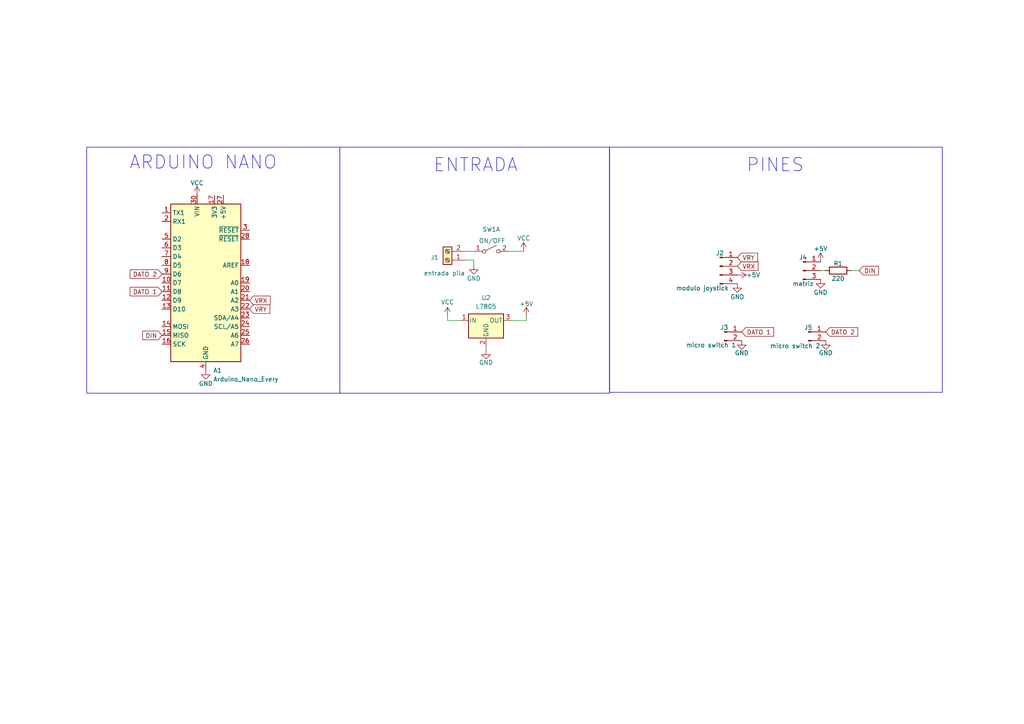
<source format=kicad_sch>
(kicad_sch
	(version 20250114)
	(generator "eeschema")
	(generator_version "9.0")
	(uuid "4a9929f8-801d-4cd4-824b-a9dddbcbea36")
	(paper "A4")
	(lib_symbols
		(symbol "Connector:Conn_01x02_Pin"
			(pin_names
				(offset 1.016)
				(hide yes)
			)
			(exclude_from_sim no)
			(in_bom yes)
			(on_board yes)
			(property "Reference" "J"
				(at 0 2.54 0)
				(effects
					(font
						(size 1.27 1.27)
					)
				)
			)
			(property "Value" "Conn_01x02_Pin"
				(at 0 -5.08 0)
				(effects
					(font
						(size 1.27 1.27)
					)
				)
			)
			(property "Footprint" ""
				(at 0 0 0)
				(effects
					(font
						(size 1.27 1.27)
					)
					(hide yes)
				)
			)
			(property "Datasheet" "~"
				(at 0 0 0)
				(effects
					(font
						(size 1.27 1.27)
					)
					(hide yes)
				)
			)
			(property "Description" "Generic connector, single row, 01x02, script generated"
				(at 0 0 0)
				(effects
					(font
						(size 1.27 1.27)
					)
					(hide yes)
				)
			)
			(property "ki_locked" ""
				(at 0 0 0)
				(effects
					(font
						(size 1.27 1.27)
					)
				)
			)
			(property "ki_keywords" "connector"
				(at 0 0 0)
				(effects
					(font
						(size 1.27 1.27)
					)
					(hide yes)
				)
			)
			(property "ki_fp_filters" "Connector*:*_1x??_*"
				(at 0 0 0)
				(effects
					(font
						(size 1.27 1.27)
					)
					(hide yes)
				)
			)
			(symbol "Conn_01x02_Pin_1_1"
				(rectangle
					(start 0.8636 0.127)
					(end 0 -0.127)
					(stroke
						(width 0.1524)
						(type default)
					)
					(fill
						(type outline)
					)
				)
				(rectangle
					(start 0.8636 -2.413)
					(end 0 -2.667)
					(stroke
						(width 0.1524)
						(type default)
					)
					(fill
						(type outline)
					)
				)
				(polyline
					(pts
						(xy 1.27 0) (xy 0.8636 0)
					)
					(stroke
						(width 0.1524)
						(type default)
					)
					(fill
						(type none)
					)
				)
				(polyline
					(pts
						(xy 1.27 -2.54) (xy 0.8636 -2.54)
					)
					(stroke
						(width 0.1524)
						(type default)
					)
					(fill
						(type none)
					)
				)
				(pin passive line
					(at 5.08 0 180)
					(length 3.81)
					(name "Pin_1"
						(effects
							(font
								(size 1.27 1.27)
							)
						)
					)
					(number "1"
						(effects
							(font
								(size 1.27 1.27)
							)
						)
					)
				)
				(pin passive line
					(at 5.08 -2.54 180)
					(length 3.81)
					(name "Pin_2"
						(effects
							(font
								(size 1.27 1.27)
							)
						)
					)
					(number "2"
						(effects
							(font
								(size 1.27 1.27)
							)
						)
					)
				)
			)
			(embedded_fonts no)
		)
		(symbol "Connector:Conn_01x03_Pin"
			(pin_names
				(offset 1.016)
				(hide yes)
			)
			(exclude_from_sim no)
			(in_bom yes)
			(on_board yes)
			(property "Reference" "J"
				(at 0 5.08 0)
				(effects
					(font
						(size 1.27 1.27)
					)
				)
			)
			(property "Value" "Conn_01x03_Pin"
				(at 0 -5.08 0)
				(effects
					(font
						(size 1.27 1.27)
					)
				)
			)
			(property "Footprint" ""
				(at 0 0 0)
				(effects
					(font
						(size 1.27 1.27)
					)
					(hide yes)
				)
			)
			(property "Datasheet" "~"
				(at 0 0 0)
				(effects
					(font
						(size 1.27 1.27)
					)
					(hide yes)
				)
			)
			(property "Description" "Generic connector, single row, 01x03, script generated"
				(at 0 0 0)
				(effects
					(font
						(size 1.27 1.27)
					)
					(hide yes)
				)
			)
			(property "ki_locked" ""
				(at 0 0 0)
				(effects
					(font
						(size 1.27 1.27)
					)
				)
			)
			(property "ki_keywords" "connector"
				(at 0 0 0)
				(effects
					(font
						(size 1.27 1.27)
					)
					(hide yes)
				)
			)
			(property "ki_fp_filters" "Connector*:*_1x??_*"
				(at 0 0 0)
				(effects
					(font
						(size 1.27 1.27)
					)
					(hide yes)
				)
			)
			(symbol "Conn_01x03_Pin_1_1"
				(rectangle
					(start 0.8636 2.667)
					(end 0 2.413)
					(stroke
						(width 0.1524)
						(type default)
					)
					(fill
						(type outline)
					)
				)
				(rectangle
					(start 0.8636 0.127)
					(end 0 -0.127)
					(stroke
						(width 0.1524)
						(type default)
					)
					(fill
						(type outline)
					)
				)
				(rectangle
					(start 0.8636 -2.413)
					(end 0 -2.667)
					(stroke
						(width 0.1524)
						(type default)
					)
					(fill
						(type outline)
					)
				)
				(polyline
					(pts
						(xy 1.27 2.54) (xy 0.8636 2.54)
					)
					(stroke
						(width 0.1524)
						(type default)
					)
					(fill
						(type none)
					)
				)
				(polyline
					(pts
						(xy 1.27 0) (xy 0.8636 0)
					)
					(stroke
						(width 0.1524)
						(type default)
					)
					(fill
						(type none)
					)
				)
				(polyline
					(pts
						(xy 1.27 -2.54) (xy 0.8636 -2.54)
					)
					(stroke
						(width 0.1524)
						(type default)
					)
					(fill
						(type none)
					)
				)
				(pin passive line
					(at 5.08 2.54 180)
					(length 3.81)
					(name "Pin_1"
						(effects
							(font
								(size 1.27 1.27)
							)
						)
					)
					(number "1"
						(effects
							(font
								(size 1.27 1.27)
							)
						)
					)
				)
				(pin passive line
					(at 5.08 0 180)
					(length 3.81)
					(name "Pin_2"
						(effects
							(font
								(size 1.27 1.27)
							)
						)
					)
					(number "2"
						(effects
							(font
								(size 1.27 1.27)
							)
						)
					)
				)
				(pin passive line
					(at 5.08 -2.54 180)
					(length 3.81)
					(name "Pin_3"
						(effects
							(font
								(size 1.27 1.27)
							)
						)
					)
					(number "3"
						(effects
							(font
								(size 1.27 1.27)
							)
						)
					)
				)
			)
			(embedded_fonts no)
		)
		(symbol "Connector:Conn_01x04_Pin"
			(pin_names
				(offset 1.016)
				(hide yes)
			)
			(exclude_from_sim no)
			(in_bom yes)
			(on_board yes)
			(property "Reference" "J"
				(at 0 5.08 0)
				(effects
					(font
						(size 1.27 1.27)
					)
				)
			)
			(property "Value" "Conn_01x04_Pin"
				(at 0 -7.62 0)
				(effects
					(font
						(size 1.27 1.27)
					)
				)
			)
			(property "Footprint" ""
				(at 0 0 0)
				(effects
					(font
						(size 1.27 1.27)
					)
					(hide yes)
				)
			)
			(property "Datasheet" "~"
				(at 0 0 0)
				(effects
					(font
						(size 1.27 1.27)
					)
					(hide yes)
				)
			)
			(property "Description" "Generic connector, single row, 01x04, script generated"
				(at 0 0 0)
				(effects
					(font
						(size 1.27 1.27)
					)
					(hide yes)
				)
			)
			(property "ki_locked" ""
				(at 0 0 0)
				(effects
					(font
						(size 1.27 1.27)
					)
				)
			)
			(property "ki_keywords" "connector"
				(at 0 0 0)
				(effects
					(font
						(size 1.27 1.27)
					)
					(hide yes)
				)
			)
			(property "ki_fp_filters" "Connector*:*_1x??_*"
				(at 0 0 0)
				(effects
					(font
						(size 1.27 1.27)
					)
					(hide yes)
				)
			)
			(symbol "Conn_01x04_Pin_1_1"
				(rectangle
					(start 0.8636 2.667)
					(end 0 2.413)
					(stroke
						(width 0.1524)
						(type default)
					)
					(fill
						(type outline)
					)
				)
				(rectangle
					(start 0.8636 0.127)
					(end 0 -0.127)
					(stroke
						(width 0.1524)
						(type default)
					)
					(fill
						(type outline)
					)
				)
				(rectangle
					(start 0.8636 -2.413)
					(end 0 -2.667)
					(stroke
						(width 0.1524)
						(type default)
					)
					(fill
						(type outline)
					)
				)
				(rectangle
					(start 0.8636 -4.953)
					(end 0 -5.207)
					(stroke
						(width 0.1524)
						(type default)
					)
					(fill
						(type outline)
					)
				)
				(polyline
					(pts
						(xy 1.27 2.54) (xy 0.8636 2.54)
					)
					(stroke
						(width 0.1524)
						(type default)
					)
					(fill
						(type none)
					)
				)
				(polyline
					(pts
						(xy 1.27 0) (xy 0.8636 0)
					)
					(stroke
						(width 0.1524)
						(type default)
					)
					(fill
						(type none)
					)
				)
				(polyline
					(pts
						(xy 1.27 -2.54) (xy 0.8636 -2.54)
					)
					(stroke
						(width 0.1524)
						(type default)
					)
					(fill
						(type none)
					)
				)
				(polyline
					(pts
						(xy 1.27 -5.08) (xy 0.8636 -5.08)
					)
					(stroke
						(width 0.1524)
						(type default)
					)
					(fill
						(type none)
					)
				)
				(pin passive line
					(at 5.08 2.54 180)
					(length 3.81)
					(name "Pin_1"
						(effects
							(font
								(size 1.27 1.27)
							)
						)
					)
					(number "1"
						(effects
							(font
								(size 1.27 1.27)
							)
						)
					)
				)
				(pin passive line
					(at 5.08 0 180)
					(length 3.81)
					(name "Pin_2"
						(effects
							(font
								(size 1.27 1.27)
							)
						)
					)
					(number "2"
						(effects
							(font
								(size 1.27 1.27)
							)
						)
					)
				)
				(pin passive line
					(at 5.08 -2.54 180)
					(length 3.81)
					(name "Pin_3"
						(effects
							(font
								(size 1.27 1.27)
							)
						)
					)
					(number "3"
						(effects
							(font
								(size 1.27 1.27)
							)
						)
					)
				)
				(pin passive line
					(at 5.08 -5.08 180)
					(length 3.81)
					(name "Pin_4"
						(effects
							(font
								(size 1.27 1.27)
							)
						)
					)
					(number "4"
						(effects
							(font
								(size 1.27 1.27)
							)
						)
					)
				)
			)
			(embedded_fonts no)
		)
		(symbol "Connector:Screw_Terminal_01x02"
			(pin_names
				(offset 1.016)
				(hide yes)
			)
			(exclude_from_sim no)
			(in_bom yes)
			(on_board yes)
			(property "Reference" "J"
				(at 0 2.54 0)
				(effects
					(font
						(size 1.27 1.27)
					)
				)
			)
			(property "Value" "Screw_Terminal_01x02"
				(at 0 -5.08 0)
				(effects
					(font
						(size 1.27 1.27)
					)
				)
			)
			(property "Footprint" ""
				(at 0 0 0)
				(effects
					(font
						(size 1.27 1.27)
					)
					(hide yes)
				)
			)
			(property "Datasheet" "~"
				(at 0 0 0)
				(effects
					(font
						(size 1.27 1.27)
					)
					(hide yes)
				)
			)
			(property "Description" "Generic screw terminal, single row, 01x02, script generated (kicad-library-utils/schlib/autogen/connector/)"
				(at 0 0 0)
				(effects
					(font
						(size 1.27 1.27)
					)
					(hide yes)
				)
			)
			(property "ki_keywords" "screw terminal"
				(at 0 0 0)
				(effects
					(font
						(size 1.27 1.27)
					)
					(hide yes)
				)
			)
			(property "ki_fp_filters" "TerminalBlock*:*"
				(at 0 0 0)
				(effects
					(font
						(size 1.27 1.27)
					)
					(hide yes)
				)
			)
			(symbol "Screw_Terminal_01x02_1_1"
				(rectangle
					(start -1.27 1.27)
					(end 1.27 -3.81)
					(stroke
						(width 0.254)
						(type default)
					)
					(fill
						(type background)
					)
				)
				(polyline
					(pts
						(xy -0.5334 0.3302) (xy 0.3302 -0.508)
					)
					(stroke
						(width 0.1524)
						(type default)
					)
					(fill
						(type none)
					)
				)
				(polyline
					(pts
						(xy -0.5334 -2.2098) (xy 0.3302 -3.048)
					)
					(stroke
						(width 0.1524)
						(type default)
					)
					(fill
						(type none)
					)
				)
				(polyline
					(pts
						(xy -0.3556 0.508) (xy 0.508 -0.3302)
					)
					(stroke
						(width 0.1524)
						(type default)
					)
					(fill
						(type none)
					)
				)
				(polyline
					(pts
						(xy -0.3556 -2.032) (xy 0.508 -2.8702)
					)
					(stroke
						(width 0.1524)
						(type default)
					)
					(fill
						(type none)
					)
				)
				(circle
					(center 0 0)
					(radius 0.635)
					(stroke
						(width 0.1524)
						(type default)
					)
					(fill
						(type none)
					)
				)
				(circle
					(center 0 -2.54)
					(radius 0.635)
					(stroke
						(width 0.1524)
						(type default)
					)
					(fill
						(type none)
					)
				)
				(pin passive line
					(at -5.08 0 0)
					(length 3.81)
					(name "Pin_1"
						(effects
							(font
								(size 1.27 1.27)
							)
						)
					)
					(number "1"
						(effects
							(font
								(size 1.27 1.27)
							)
						)
					)
				)
				(pin passive line
					(at -5.08 -2.54 0)
					(length 3.81)
					(name "Pin_2"
						(effects
							(font
								(size 1.27 1.27)
							)
						)
					)
					(number "2"
						(effects
							(font
								(size 1.27 1.27)
							)
						)
					)
				)
			)
			(embedded_fonts no)
		)
		(symbol "Device:R"
			(pin_numbers
				(hide yes)
			)
			(pin_names
				(offset 0)
			)
			(exclude_from_sim no)
			(in_bom yes)
			(on_board yes)
			(property "Reference" "R"
				(at 2.032 0 90)
				(effects
					(font
						(size 1.27 1.27)
					)
				)
			)
			(property "Value" "R"
				(at 0 0 90)
				(effects
					(font
						(size 1.27 1.27)
					)
				)
			)
			(property "Footprint" ""
				(at -1.778 0 90)
				(effects
					(font
						(size 1.27 1.27)
					)
					(hide yes)
				)
			)
			(property "Datasheet" "~"
				(at 0 0 0)
				(effects
					(font
						(size 1.27 1.27)
					)
					(hide yes)
				)
			)
			(property "Description" "Resistor"
				(at 0 0 0)
				(effects
					(font
						(size 1.27 1.27)
					)
					(hide yes)
				)
			)
			(property "ki_keywords" "R res resistor"
				(at 0 0 0)
				(effects
					(font
						(size 1.27 1.27)
					)
					(hide yes)
				)
			)
			(property "ki_fp_filters" "R_*"
				(at 0 0 0)
				(effects
					(font
						(size 1.27 1.27)
					)
					(hide yes)
				)
			)
			(symbol "R_0_1"
				(rectangle
					(start -1.016 -2.54)
					(end 1.016 2.54)
					(stroke
						(width 0.254)
						(type default)
					)
					(fill
						(type none)
					)
				)
			)
			(symbol "R_1_1"
				(pin passive line
					(at 0 3.81 270)
					(length 1.27)
					(name "~"
						(effects
							(font
								(size 1.27 1.27)
							)
						)
					)
					(number "1"
						(effects
							(font
								(size 1.27 1.27)
							)
						)
					)
				)
				(pin passive line
					(at 0 -3.81 90)
					(length 1.27)
					(name "~"
						(effects
							(font
								(size 1.27 1.27)
							)
						)
					)
					(number "2"
						(effects
							(font
								(size 1.27 1.27)
							)
						)
					)
				)
			)
			(embedded_fonts no)
		)
		(symbol "MCU_Module:Arduino_Nano_Every"
			(exclude_from_sim no)
			(in_bom yes)
			(on_board yes)
			(property "Reference" "A"
				(at -10.16 23.495 0)
				(effects
					(font
						(size 1.27 1.27)
					)
					(justify left bottom)
				)
			)
			(property "Value" "Arduino_Nano_Every"
				(at 5.08 -24.13 0)
				(effects
					(font
						(size 1.27 1.27)
					)
					(justify left top)
				)
			)
			(property "Footprint" "Module:Arduino_Nano"
				(at 0 0 0)
				(effects
					(font
						(size 1.27 1.27)
						(italic yes)
					)
					(hide yes)
				)
			)
			(property "Datasheet" "https://content.arduino.cc/assets/NANOEveryV3.0_sch.pdf"
				(at 0 0 0)
				(effects
					(font
						(size 1.27 1.27)
					)
					(hide yes)
				)
			)
			(property "Description" "Arduino Nano Every"
				(at 0 0 0)
				(effects
					(font
						(size 1.27 1.27)
					)
					(hide yes)
				)
			)
			(property "ki_keywords" "Arduino nano microcontroller module USB UPDI AATMega4809 AVR"
				(at 0 0 0)
				(effects
					(font
						(size 1.27 1.27)
					)
					(hide yes)
				)
			)
			(property "ki_fp_filters" "Arduino*Nano*"
				(at 0 0 0)
				(effects
					(font
						(size 1.27 1.27)
					)
					(hide yes)
				)
			)
			(symbol "Arduino_Nano_Every_0_1"
				(rectangle
					(start -10.16 22.86)
					(end 10.16 -22.86)
					(stroke
						(width 0.254)
						(type default)
					)
					(fill
						(type background)
					)
				)
			)
			(symbol "Arduino_Nano_Every_1_1"
				(pin bidirectional line
					(at -12.7 20.32 0)
					(length 2.54)
					(name "TX1"
						(effects
							(font
								(size 1.27 1.27)
							)
						)
					)
					(number "1"
						(effects
							(font
								(size 1.27 1.27)
							)
						)
					)
				)
				(pin bidirectional line
					(at -12.7 17.78 0)
					(length 2.54)
					(name "RX1"
						(effects
							(font
								(size 1.27 1.27)
							)
						)
					)
					(number "2"
						(effects
							(font
								(size 1.27 1.27)
							)
						)
					)
				)
				(pin bidirectional line
					(at -12.7 12.7 0)
					(length 2.54)
					(name "D2"
						(effects
							(font
								(size 1.27 1.27)
							)
						)
					)
					(number "5"
						(effects
							(font
								(size 1.27 1.27)
							)
						)
					)
				)
				(pin bidirectional line
					(at -12.7 10.16 0)
					(length 2.54)
					(name "D3"
						(effects
							(font
								(size 1.27 1.27)
							)
						)
					)
					(number "6"
						(effects
							(font
								(size 1.27 1.27)
							)
						)
					)
				)
				(pin bidirectional line
					(at -12.7 7.62 0)
					(length 2.54)
					(name "D4"
						(effects
							(font
								(size 1.27 1.27)
							)
						)
					)
					(number "7"
						(effects
							(font
								(size 1.27 1.27)
							)
						)
					)
				)
				(pin bidirectional line
					(at -12.7 5.08 0)
					(length 2.54)
					(name "D5"
						(effects
							(font
								(size 1.27 1.27)
							)
						)
					)
					(number "8"
						(effects
							(font
								(size 1.27 1.27)
							)
						)
					)
				)
				(pin bidirectional line
					(at -12.7 2.54 0)
					(length 2.54)
					(name "D6"
						(effects
							(font
								(size 1.27 1.27)
							)
						)
					)
					(number "9"
						(effects
							(font
								(size 1.27 1.27)
							)
						)
					)
				)
				(pin bidirectional line
					(at -12.7 0 0)
					(length 2.54)
					(name "D7"
						(effects
							(font
								(size 1.27 1.27)
							)
						)
					)
					(number "10"
						(effects
							(font
								(size 1.27 1.27)
							)
						)
					)
				)
				(pin bidirectional line
					(at -12.7 -2.54 0)
					(length 2.54)
					(name "D8"
						(effects
							(font
								(size 1.27 1.27)
							)
						)
					)
					(number "11"
						(effects
							(font
								(size 1.27 1.27)
							)
						)
					)
				)
				(pin bidirectional line
					(at -12.7 -5.08 0)
					(length 2.54)
					(name "D9"
						(effects
							(font
								(size 1.27 1.27)
							)
						)
					)
					(number "12"
						(effects
							(font
								(size 1.27 1.27)
							)
						)
					)
				)
				(pin bidirectional line
					(at -12.7 -7.62 0)
					(length 2.54)
					(name "D10"
						(effects
							(font
								(size 1.27 1.27)
							)
						)
					)
					(number "13"
						(effects
							(font
								(size 1.27 1.27)
							)
						)
					)
				)
				(pin bidirectional line
					(at -12.7 -12.7 0)
					(length 2.54)
					(name "MOSI"
						(effects
							(font
								(size 1.27 1.27)
							)
						)
					)
					(number "14"
						(effects
							(font
								(size 1.27 1.27)
							)
						)
					)
				)
				(pin bidirectional line
					(at -12.7 -15.24 0)
					(length 2.54)
					(name "MISO"
						(effects
							(font
								(size 1.27 1.27)
							)
						)
					)
					(number "15"
						(effects
							(font
								(size 1.27 1.27)
							)
						)
					)
				)
				(pin bidirectional line
					(at -12.7 -17.78 0)
					(length 2.54)
					(name "SCK"
						(effects
							(font
								(size 1.27 1.27)
							)
						)
					)
					(number "16"
						(effects
							(font
								(size 1.27 1.27)
							)
						)
					)
				)
				(pin power_in line
					(at -2.54 25.4 270)
					(length 2.54)
					(name "VIN"
						(effects
							(font
								(size 1.27 1.27)
							)
						)
					)
					(number "30"
						(effects
							(font
								(size 1.27 1.27)
							)
						)
					)
				)
				(pin passive line
					(at 0 -25.4 90)
					(length 2.54)
					(hide yes)
					(name "GND"
						(effects
							(font
								(size 1.27 1.27)
							)
						)
					)
					(number "29"
						(effects
							(font
								(size 1.27 1.27)
							)
						)
					)
				)
				(pin power_in line
					(at 0 -25.4 90)
					(length 2.54)
					(name "GND"
						(effects
							(font
								(size 1.27 1.27)
							)
						)
					)
					(number "4"
						(effects
							(font
								(size 1.27 1.27)
							)
						)
					)
				)
				(pin power_out line
					(at 2.54 25.4 270)
					(length 2.54)
					(name "3V3"
						(effects
							(font
								(size 1.27 1.27)
							)
						)
					)
					(number "17"
						(effects
							(font
								(size 1.27 1.27)
							)
						)
					)
				)
				(pin power_out line
					(at 5.08 25.4 270)
					(length 2.54)
					(name "+5V"
						(effects
							(font
								(size 1.27 1.27)
							)
						)
					)
					(number "27"
						(effects
							(font
								(size 1.27 1.27)
							)
						)
					)
				)
				(pin input line
					(at 12.7 15.24 180)
					(length 2.54)
					(name "~{RESET}"
						(effects
							(font
								(size 1.27 1.27)
							)
						)
					)
					(number "3"
						(effects
							(font
								(size 1.27 1.27)
							)
						)
					)
				)
				(pin input line
					(at 12.7 12.7 180)
					(length 2.54)
					(name "~{RESET}"
						(effects
							(font
								(size 1.27 1.27)
							)
						)
					)
					(number "28"
						(effects
							(font
								(size 1.27 1.27)
							)
						)
					)
				)
				(pin input line
					(at 12.7 5.08 180)
					(length 2.54)
					(name "AREF"
						(effects
							(font
								(size 1.27 1.27)
							)
						)
					)
					(number "18"
						(effects
							(font
								(size 1.27 1.27)
							)
						)
					)
				)
				(pin bidirectional line
					(at 12.7 0 180)
					(length 2.54)
					(name "A0"
						(effects
							(font
								(size 1.27 1.27)
							)
						)
					)
					(number "19"
						(effects
							(font
								(size 1.27 1.27)
							)
						)
					)
				)
				(pin bidirectional line
					(at 12.7 -2.54 180)
					(length 2.54)
					(name "A1"
						(effects
							(font
								(size 1.27 1.27)
							)
						)
					)
					(number "20"
						(effects
							(font
								(size 1.27 1.27)
							)
						)
					)
				)
				(pin bidirectional line
					(at 12.7 -5.08 180)
					(length 2.54)
					(name "A2"
						(effects
							(font
								(size 1.27 1.27)
							)
						)
					)
					(number "21"
						(effects
							(font
								(size 1.27 1.27)
							)
						)
					)
				)
				(pin bidirectional line
					(at 12.7 -7.62 180)
					(length 2.54)
					(name "A3"
						(effects
							(font
								(size 1.27 1.27)
							)
						)
					)
					(number "22"
						(effects
							(font
								(size 1.27 1.27)
							)
						)
					)
				)
				(pin bidirectional line
					(at 12.7 -10.16 180)
					(length 2.54)
					(name "SDA/A4"
						(effects
							(font
								(size 1.27 1.27)
							)
						)
					)
					(number "23"
						(effects
							(font
								(size 1.27 1.27)
							)
						)
					)
				)
				(pin bidirectional line
					(at 12.7 -12.7 180)
					(length 2.54)
					(name "SCL/A5"
						(effects
							(font
								(size 1.27 1.27)
							)
						)
					)
					(number "24"
						(effects
							(font
								(size 1.27 1.27)
							)
						)
					)
				)
				(pin bidirectional line
					(at 12.7 -15.24 180)
					(length 2.54)
					(name "A6"
						(effects
							(font
								(size 1.27 1.27)
							)
						)
					)
					(number "25"
						(effects
							(font
								(size 1.27 1.27)
							)
						)
					)
				)
				(pin bidirectional line
					(at 12.7 -17.78 180)
					(length 2.54)
					(name "A7"
						(effects
							(font
								(size 1.27 1.27)
							)
						)
					)
					(number "26"
						(effects
							(font
								(size 1.27 1.27)
							)
						)
					)
				)
			)
			(embedded_fonts no)
		)
		(symbol "Regulator_Linear:L7805"
			(pin_names
				(offset 0.254)
			)
			(exclude_from_sim no)
			(in_bom yes)
			(on_board yes)
			(property "Reference" "U"
				(at -3.81 3.175 0)
				(effects
					(font
						(size 1.27 1.27)
					)
				)
			)
			(property "Value" "L7805"
				(at 0 3.175 0)
				(effects
					(font
						(size 1.27 1.27)
					)
					(justify left)
				)
			)
			(property "Footprint" ""
				(at 0.635 -3.81 0)
				(effects
					(font
						(size 1.27 1.27)
						(italic yes)
					)
					(justify left)
					(hide yes)
				)
			)
			(property "Datasheet" "http://www.st.com/content/ccc/resource/technical/document/datasheet/41/4f/b3/b0/12/d4/47/88/CD00000444.pdf/files/CD00000444.pdf/jcr:content/translations/en.CD00000444.pdf"
				(at 0 -1.27 0)
				(effects
					(font
						(size 1.27 1.27)
					)
					(hide yes)
				)
			)
			(property "Description" "Positive 1.5A 35V Linear Regulator, Fixed Output 5V, TO-220/TO-263/TO-252"
				(at 0 0 0)
				(effects
					(font
						(size 1.27 1.27)
					)
					(hide yes)
				)
			)
			(property "ki_keywords" "Voltage Regulator 1.5A Positive"
				(at 0 0 0)
				(effects
					(font
						(size 1.27 1.27)
					)
					(hide yes)
				)
			)
			(property "ki_fp_filters" "TO?252* TO?263* TO?220*"
				(at 0 0 0)
				(effects
					(font
						(size 1.27 1.27)
					)
					(hide yes)
				)
			)
			(symbol "L7805_0_1"
				(rectangle
					(start -5.08 1.905)
					(end 5.08 -5.08)
					(stroke
						(width 0.254)
						(type default)
					)
					(fill
						(type background)
					)
				)
			)
			(symbol "L7805_1_1"
				(pin power_in line
					(at -7.62 0 0)
					(length 2.54)
					(name "IN"
						(effects
							(font
								(size 1.27 1.27)
							)
						)
					)
					(number "1"
						(effects
							(font
								(size 1.27 1.27)
							)
						)
					)
				)
				(pin power_in line
					(at 0 -7.62 90)
					(length 2.54)
					(name "GND"
						(effects
							(font
								(size 1.27 1.27)
							)
						)
					)
					(number "2"
						(effects
							(font
								(size 1.27 1.27)
							)
						)
					)
				)
				(pin power_out line
					(at 7.62 0 180)
					(length 2.54)
					(name "OUT"
						(effects
							(font
								(size 1.27 1.27)
							)
						)
					)
					(number "3"
						(effects
							(font
								(size 1.27 1.27)
							)
						)
					)
				)
			)
			(embedded_fonts no)
		)
		(symbol "Switch:SW_DPST_x2"
			(pin_names
				(offset 0)
				(hide yes)
			)
			(exclude_from_sim no)
			(in_bom yes)
			(on_board yes)
			(property "Reference" "SW"
				(at 0 3.175 0)
				(effects
					(font
						(size 1.27 1.27)
					)
				)
			)
			(property "Value" "SW_DPST_x2"
				(at 0 -2.54 0)
				(effects
					(font
						(size 1.27 1.27)
					)
				)
			)
			(property "Footprint" ""
				(at 0 0 0)
				(effects
					(font
						(size 1.27 1.27)
					)
					(hide yes)
				)
			)
			(property "Datasheet" "~"
				(at 0 0 0)
				(effects
					(font
						(size 1.27 1.27)
					)
					(hide yes)
				)
			)
			(property "Description" "Single Pole Single Throw (SPST) switch, separate symbol"
				(at 0 0 0)
				(effects
					(font
						(size 1.27 1.27)
					)
					(hide yes)
				)
			)
			(property "ki_keywords" "switch lever"
				(at 0 0 0)
				(effects
					(font
						(size 1.27 1.27)
					)
					(hide yes)
				)
			)
			(symbol "SW_DPST_x2_0_0"
				(circle
					(center -2.032 0)
					(radius 0.508)
					(stroke
						(width 0)
						(type default)
					)
					(fill
						(type none)
					)
				)
				(polyline
					(pts
						(xy -1.524 0.254) (xy 1.524 1.778)
					)
					(stroke
						(width 0)
						(type default)
					)
					(fill
						(type none)
					)
				)
				(circle
					(center 2.032 0)
					(radius 0.508)
					(stroke
						(width 0)
						(type default)
					)
					(fill
						(type none)
					)
				)
			)
			(symbol "SW_DPST_x2_1_1"
				(pin passive line
					(at -5.08 0 0)
					(length 2.54)
					(name "A"
						(effects
							(font
								(size 1.27 1.27)
							)
						)
					)
					(number "1"
						(effects
							(font
								(size 1.27 1.27)
							)
						)
					)
				)
				(pin passive line
					(at 5.08 0 180)
					(length 2.54)
					(name "B"
						(effects
							(font
								(size 1.27 1.27)
							)
						)
					)
					(number "2"
						(effects
							(font
								(size 1.27 1.27)
							)
						)
					)
				)
			)
			(symbol "SW_DPST_x2_2_1"
				(pin passive line
					(at -5.08 0 0)
					(length 2.54)
					(name "A"
						(effects
							(font
								(size 1.27 1.27)
							)
						)
					)
					(number "3"
						(effects
							(font
								(size 1.27 1.27)
							)
						)
					)
				)
				(pin passive line
					(at 5.08 0 180)
					(length 2.54)
					(name "B"
						(effects
							(font
								(size 1.27 1.27)
							)
						)
					)
					(number "4"
						(effects
							(font
								(size 1.27 1.27)
							)
						)
					)
				)
			)
			(embedded_fonts no)
		)
		(symbol "power:+5V"
			(power)
			(pin_numbers
				(hide yes)
			)
			(pin_names
				(offset 0)
				(hide yes)
			)
			(exclude_from_sim no)
			(in_bom yes)
			(on_board yes)
			(property "Reference" "#PWR"
				(at 0 -3.81 0)
				(effects
					(font
						(size 1.27 1.27)
					)
					(hide yes)
				)
			)
			(property "Value" "+5V"
				(at 0 3.556 0)
				(effects
					(font
						(size 1.27 1.27)
					)
				)
			)
			(property "Footprint" ""
				(at 0 0 0)
				(effects
					(font
						(size 1.27 1.27)
					)
					(hide yes)
				)
			)
			(property "Datasheet" ""
				(at 0 0 0)
				(effects
					(font
						(size 1.27 1.27)
					)
					(hide yes)
				)
			)
			(property "Description" "Power symbol creates a global label with name \"+5V\""
				(at 0 0 0)
				(effects
					(font
						(size 1.27 1.27)
					)
					(hide yes)
				)
			)
			(property "ki_keywords" "global power"
				(at 0 0 0)
				(effects
					(font
						(size 1.27 1.27)
					)
					(hide yes)
				)
			)
			(symbol "+5V_0_1"
				(polyline
					(pts
						(xy -0.762 1.27) (xy 0 2.54)
					)
					(stroke
						(width 0)
						(type default)
					)
					(fill
						(type none)
					)
				)
				(polyline
					(pts
						(xy 0 2.54) (xy 0.762 1.27)
					)
					(stroke
						(width 0)
						(type default)
					)
					(fill
						(type none)
					)
				)
				(polyline
					(pts
						(xy 0 0) (xy 0 2.54)
					)
					(stroke
						(width 0)
						(type default)
					)
					(fill
						(type none)
					)
				)
			)
			(symbol "+5V_1_1"
				(pin power_in line
					(at 0 0 90)
					(length 0)
					(name "~"
						(effects
							(font
								(size 1.27 1.27)
							)
						)
					)
					(number "1"
						(effects
							(font
								(size 1.27 1.27)
							)
						)
					)
				)
			)
			(embedded_fonts no)
		)
		(symbol "power:GND"
			(power)
			(pin_numbers
				(hide yes)
			)
			(pin_names
				(offset 0)
				(hide yes)
			)
			(exclude_from_sim no)
			(in_bom yes)
			(on_board yes)
			(property "Reference" "#PWR"
				(at 0 -6.35 0)
				(effects
					(font
						(size 1.27 1.27)
					)
					(hide yes)
				)
			)
			(property "Value" "GND"
				(at 0 -3.81 0)
				(effects
					(font
						(size 1.27 1.27)
					)
				)
			)
			(property "Footprint" ""
				(at 0 0 0)
				(effects
					(font
						(size 1.27 1.27)
					)
					(hide yes)
				)
			)
			(property "Datasheet" ""
				(at 0 0 0)
				(effects
					(font
						(size 1.27 1.27)
					)
					(hide yes)
				)
			)
			(property "Description" "Power symbol creates a global label with name \"GND\" , ground"
				(at 0 0 0)
				(effects
					(font
						(size 1.27 1.27)
					)
					(hide yes)
				)
			)
			(property "ki_keywords" "global power"
				(at 0 0 0)
				(effects
					(font
						(size 1.27 1.27)
					)
					(hide yes)
				)
			)
			(symbol "GND_0_1"
				(polyline
					(pts
						(xy 0 0) (xy 0 -1.27) (xy 1.27 -1.27) (xy 0 -2.54) (xy -1.27 -1.27) (xy 0 -1.27)
					)
					(stroke
						(width 0)
						(type default)
					)
					(fill
						(type none)
					)
				)
			)
			(symbol "GND_1_1"
				(pin power_in line
					(at 0 0 270)
					(length 0)
					(name "~"
						(effects
							(font
								(size 1.27 1.27)
							)
						)
					)
					(number "1"
						(effects
							(font
								(size 1.27 1.27)
							)
						)
					)
				)
			)
			(embedded_fonts no)
		)
		(symbol "power:VCC"
			(power)
			(pin_numbers
				(hide yes)
			)
			(pin_names
				(offset 0)
				(hide yes)
			)
			(exclude_from_sim no)
			(in_bom yes)
			(on_board yes)
			(property "Reference" "#PWR"
				(at 0 -3.81 0)
				(effects
					(font
						(size 1.27 1.27)
					)
					(hide yes)
				)
			)
			(property "Value" "VCC"
				(at 0 3.556 0)
				(effects
					(font
						(size 1.27 1.27)
					)
				)
			)
			(property "Footprint" ""
				(at 0 0 0)
				(effects
					(font
						(size 1.27 1.27)
					)
					(hide yes)
				)
			)
			(property "Datasheet" ""
				(at 0 0 0)
				(effects
					(font
						(size 1.27 1.27)
					)
					(hide yes)
				)
			)
			(property "Description" "Power symbol creates a global label with name \"VCC\""
				(at 0 0 0)
				(effects
					(font
						(size 1.27 1.27)
					)
					(hide yes)
				)
			)
			(property "ki_keywords" "global power"
				(at 0 0 0)
				(effects
					(font
						(size 1.27 1.27)
					)
					(hide yes)
				)
			)
			(symbol "VCC_0_1"
				(polyline
					(pts
						(xy -0.762 1.27) (xy 0 2.54)
					)
					(stroke
						(width 0)
						(type default)
					)
					(fill
						(type none)
					)
				)
				(polyline
					(pts
						(xy 0 2.54) (xy 0.762 1.27)
					)
					(stroke
						(width 0)
						(type default)
					)
					(fill
						(type none)
					)
				)
				(polyline
					(pts
						(xy 0 0) (xy 0 2.54)
					)
					(stroke
						(width 0)
						(type default)
					)
					(fill
						(type none)
					)
				)
			)
			(symbol "VCC_1_1"
				(pin power_in line
					(at 0 0 90)
					(length 0)
					(name "~"
						(effects
							(font
								(size 1.27 1.27)
							)
						)
					)
					(number "1"
						(effects
							(font
								(size 1.27 1.27)
							)
						)
					)
				)
			)
			(embedded_fonts no)
		)
	)
	(rectangle
		(start 25.146 42.672)
		(end 98.552 114.046)
		(stroke
			(width 0)
			(type default)
		)
		(fill
			(type none)
		)
		(uuid 9eb602ee-0e80-4d2a-a21e-cd4d49a5da27)
	)
	(rectangle
		(start 98.552 42.672)
		(end 176.784 114.046)
		(stroke
			(width 0)
			(type default)
		)
		(fill
			(type none)
		)
		(uuid b167d061-b997-4cb5-ac28-24ab26b7860c)
	)
	(rectangle
		(start 176.784 42.672)
		(end 273.304 113.792)
		(stroke
			(width 0)
			(type default)
		)
		(fill
			(type none)
		)
		(uuid bced6a94-9c79-4c3a-b504-b077815246b3)
	)
	(text "PINES "
		(exclude_from_sim no)
		(at 226.314 48.006 0)
		(effects
			(font
				(size 3.81 3.81)
			)
		)
		(uuid "3ee445c6-241c-41d8-819c-d5d968b70ae8")
	)
	(text "ARDUINO NANO"
		(exclude_from_sim no)
		(at 58.928 47.244 0)
		(effects
			(font
				(size 3.81 3.81)
			)
		)
		(uuid "86256cd4-9481-4e4b-b9b1-dd9f9d4ed87e")
	)
	(text "ENTRADA "
		(exclude_from_sim no)
		(at 139.446 48.006 0)
		(effects
			(font
				(size 3.81 3.81)
			)
		)
		(uuid "90abe6a9-1659-40e2-81a9-6a7194ae89ed")
	)
	(wire
		(pts
			(xy 137.414 75.438) (xy 134.874 75.438)
		)
		(stroke
			(width 0)
			(type default)
		)
		(uuid "0bd0a127-01f5-4119-a4f6-ff88a316d15d")
	)
	(wire
		(pts
			(xy 134.874 72.898) (xy 137.414 72.898)
		)
		(stroke
			(width 0)
			(type default)
		)
		(uuid "2b4b674f-6ab2-4db5-b460-dd0b259ffc0d")
	)
	(wire
		(pts
			(xy 152.654 91.694) (xy 152.654 92.964)
		)
		(stroke
			(width 0)
			(type default)
		)
		(uuid "3cf5b9b6-fcac-410c-9ef9-884fe61797f7")
	)
	(wire
		(pts
			(xy 152.654 92.964) (xy 148.59 92.964)
		)
		(stroke
			(width 0)
			(type default)
		)
		(uuid "3f6fee5c-b50c-48ff-bc93-9f86f6255eba")
	)
	(wire
		(pts
			(xy 137.414 76.962) (xy 137.414 75.438)
		)
		(stroke
			(width 0)
			(type default)
		)
		(uuid "5250c96c-74d1-46e4-a66a-756176e69ffb")
	)
	(wire
		(pts
			(xy 129.794 92.964) (xy 129.794 91.694)
		)
		(stroke
			(width 0)
			(type default)
		)
		(uuid "aefa163f-e901-4874-988d-a0598f1638a3")
	)
	(wire
		(pts
			(xy 133.35 92.964) (xy 129.794 92.964)
		)
		(stroke
			(width 0)
			(type default)
		)
		(uuid "b7b6cdac-cd6c-4cf5-9e30-de1e913d779d")
	)
	(wire
		(pts
			(xy 147.574 72.898) (xy 151.892 72.898)
		)
		(stroke
			(width 0)
			(type default)
		)
		(uuid "c814b7cd-ea5e-4bd4-8684-66f68d8d17e0")
	)
	(wire
		(pts
			(xy 237.998 78.486) (xy 239.268 78.486)
		)
		(stroke
			(width 0)
			(type default)
		)
		(uuid "dabe0141-ae84-49cd-a2a9-cd930574fc5d")
	)
	(wire
		(pts
			(xy 140.97 100.584) (xy 140.97 101.6)
		)
		(stroke
			(width 0)
			(type default)
		)
		(uuid "f30f322d-134a-4081-94a2-b932f02f89a5")
	)
	(wire
		(pts
			(xy 246.888 78.486) (xy 249.174 78.486)
		)
		(stroke
			(width 0)
			(type default)
		)
		(uuid "fddf3186-9e5b-4d73-8baa-af4995ab8dfb")
	)
	(global_label "VRX"
		(shape input)
		(at 72.39 87.122 0)
		(fields_autoplaced yes)
		(effects
			(font
				(size 1.27 1.27)
			)
			(justify left)
		)
		(uuid "15b76278-042f-42b5-92bd-c133fbf9c9ca")
		(property "Intersheetrefs" "${INTERSHEET_REFS}"
			(at 78.9433 87.122 0)
			(effects
				(font
					(size 1.27 1.27)
				)
				(justify left)
				(hide yes)
			)
		)
	)
	(global_label "DATO 1"
		(shape input)
		(at 215.138 96.266 0)
		(fields_autoplaced yes)
		(effects
			(font
				(size 1.27 1.27)
			)
			(justify left)
		)
		(uuid "4335d8a7-7c64-46ff-bb9b-d8ccd1ad5b44")
		(property "Intersheetrefs" "${INTERSHEET_REFS}"
			(at 224.957 96.266 0)
			(effects
				(font
					(size 1.27 1.27)
				)
				(justify left)
				(hide yes)
			)
		)
	)
	(global_label "DIN"
		(shape input)
		(at 249.174 78.486 0)
		(fields_autoplaced yes)
		(effects
			(font
				(size 1.27 1.27)
			)
			(justify left)
		)
		(uuid "4f8cddde-cead-4aca-aa55-72d6aa930827")
		(property "Intersheetrefs" "${INTERSHEET_REFS}"
			(at 255.3645 78.486 0)
			(effects
				(font
					(size 1.27 1.27)
				)
				(justify left)
				(hide yes)
			)
		)
	)
	(global_label "VRY"
		(shape input)
		(at 213.868 74.676 0)
		(fields_autoplaced yes)
		(effects
			(font
				(size 1.27 1.27)
			)
			(justify left)
		)
		(uuid "565dffb7-c763-4062-84ea-611aefe09f04")
		(property "Intersheetrefs" "${INTERSHEET_REFS}"
			(at 220.3004 74.676 0)
			(effects
				(font
					(size 1.27 1.27)
				)
				(justify left)
				(hide yes)
			)
		)
	)
	(global_label "DATO 2"
		(shape input)
		(at 46.99 79.502 180)
		(fields_autoplaced yes)
		(effects
			(font
				(size 1.27 1.27)
			)
			(justify right)
		)
		(uuid "71840376-d494-4abf-bd76-8b08262c05c3")
		(property "Intersheetrefs" "${INTERSHEET_REFS}"
			(at 37.171 79.502 0)
			(effects
				(font
					(size 1.27 1.27)
				)
				(justify right)
				(hide yes)
			)
		)
	)
	(global_label "DIN"
		(shape input)
		(at 46.99 97.282 180)
		(fields_autoplaced yes)
		(effects
			(font
				(size 1.27 1.27)
			)
			(justify right)
		)
		(uuid "ac7f2baa-cb63-4ef4-8d54-a3cba01161dc")
		(property "Intersheetrefs" "${INTERSHEET_REFS}"
			(at 40.7995 97.282 0)
			(effects
				(font
					(size 1.27 1.27)
				)
				(justify right)
				(hide yes)
			)
		)
	)
	(global_label "VRY"
		(shape input)
		(at 72.39 89.662 0)
		(fields_autoplaced yes)
		(effects
			(font
				(size 1.27 1.27)
			)
			(justify left)
		)
		(uuid "b055074e-fc79-4e5f-ae99-d6578878c766")
		(property "Intersheetrefs" "${INTERSHEET_REFS}"
			(at 78.8224 89.662 0)
			(effects
				(font
					(size 1.27 1.27)
				)
				(justify left)
				(hide yes)
			)
		)
	)
	(global_label "DATO 1"
		(shape input)
		(at 46.99 84.582 180)
		(fields_autoplaced yes)
		(effects
			(font
				(size 1.27 1.27)
			)
			(justify right)
		)
		(uuid "ba4b5445-3831-4804-b65f-a78ea9bb25fa")
		(property "Intersheetrefs" "${INTERSHEET_REFS}"
			(at 37.171 84.582 0)
			(effects
				(font
					(size 1.27 1.27)
				)
				(justify right)
				(hide yes)
			)
		)
	)
	(global_label "VRX"
		(shape input)
		(at 213.868 77.216 0)
		(fields_autoplaced yes)
		(effects
			(font
				(size 1.27 1.27)
			)
			(justify left)
		)
		(uuid "e41756e3-88cd-456f-ab24-dd7eaea35b6d")
		(property "Intersheetrefs" "${INTERSHEET_REFS}"
			(at 220.4213 77.216 0)
			(effects
				(font
					(size 1.27 1.27)
				)
				(justify left)
				(hide yes)
			)
		)
	)
	(global_label "DATO 2"
		(shape input)
		(at 239.522 96.266 0)
		(fields_autoplaced yes)
		(effects
			(font
				(size 1.27 1.27)
			)
			(justify left)
		)
		(uuid "f14311f0-28aa-40c0-8f8d-df78086faa9a")
		(property "Intersheetrefs" "${INTERSHEET_REFS}"
			(at 249.341 96.266 0)
			(effects
				(font
					(size 1.27 1.27)
				)
				(justify left)
				(hide yes)
			)
		)
	)
	(symbol
		(lib_id "power:VCC")
		(at 57.15 56.642 0)
		(unit 1)
		(exclude_from_sim no)
		(in_bom yes)
		(on_board yes)
		(dnp no)
		(uuid "06018607-f9d6-448d-8840-1b4d780496a8")
		(property "Reference" "#PWR08"
			(at 57.15 60.452 0)
			(effects
				(font
					(size 1.27 1.27)
				)
				(hide yes)
			)
		)
		(property "Value" "VCC"
			(at 57.15 53.086 0)
			(effects
				(font
					(size 1.27 1.27)
				)
			)
		)
		(property "Footprint" ""
			(at 57.15 56.642 0)
			(effects
				(font
					(size 1.27 1.27)
				)
				(hide yes)
			)
		)
		(property "Datasheet" ""
			(at 57.15 56.642 0)
			(effects
				(font
					(size 1.27 1.27)
				)
				(hide yes)
			)
		)
		(property "Description" "Power symbol creates a global label with name \"VCC\""
			(at 57.15 56.642 0)
			(effects
				(font
					(size 1.27 1.27)
				)
				(hide yes)
			)
		)
		(pin "1"
			(uuid "bc460cfc-01de-4cc4-9b36-5d37c5376719")
		)
		(instances
			(project ""
				(path "/4a9929f8-801d-4cd4-824b-a9dddbcbea36"
					(reference "#PWR08")
					(unit 1)
				)
			)
		)
	)
	(symbol
		(lib_id "power:+5V")
		(at 213.868 79.756 270)
		(unit 1)
		(exclude_from_sim no)
		(in_bom yes)
		(on_board yes)
		(dnp no)
		(uuid "060d5937-cc81-4b8f-9579-571d6275efc3")
		(property "Reference" "#PWR010"
			(at 210.058 79.756 0)
			(effects
				(font
					(size 1.27 1.27)
				)
				(hide yes)
			)
		)
		(property "Value" "+5V"
			(at 216.408 79.756 90)
			(effects
				(font
					(size 1.27 1.27)
				)
				(justify left)
			)
		)
		(property "Footprint" ""
			(at 213.868 79.756 0)
			(effects
				(font
					(size 1.27 1.27)
				)
				(hide yes)
			)
		)
		(property "Datasheet" ""
			(at 213.868 79.756 0)
			(effects
				(font
					(size 1.27 1.27)
				)
				(hide yes)
			)
		)
		(property "Description" "Power symbol creates a global label with name \"+5V\""
			(at 213.868 79.756 0)
			(effects
				(font
					(size 1.27 1.27)
				)
				(hide yes)
			)
		)
		(pin "1"
			(uuid "54c460c6-1b4e-46f5-8d46-bc089be935dc")
		)
		(instances
			(project ""
				(path "/4a9929f8-801d-4cd4-824b-a9dddbcbea36"
					(reference "#PWR010")
					(unit 1)
				)
			)
		)
	)
	(symbol
		(lib_id "Regulator_Linear:L7805")
		(at 140.97 92.964 0)
		(unit 1)
		(exclude_from_sim no)
		(in_bom yes)
		(on_board yes)
		(dnp no)
		(fields_autoplaced yes)
		(uuid "1f133394-ada5-47df-ae5d-e436dadb34a0")
		(property "Reference" "U2"
			(at 140.97 86.36 0)
			(effects
				(font
					(size 1.27 1.27)
				)
			)
		)
		(property "Value" "L7805"
			(at 140.97 88.9 0)
			(effects
				(font
					(size 1.27 1.27)
				)
			)
		)
		(property "Footprint" "Package_TO_SOT_SMD:TO-263-3_TabPin2"
			(at 141.605 96.774 0)
			(effects
				(font
					(size 1.27 1.27)
					(italic yes)
				)
				(justify left)
				(hide yes)
			)
		)
		(property "Datasheet" "http://www.st.com/content/ccc/resource/technical/document/datasheet/41/4f/b3/b0/12/d4/47/88/CD00000444.pdf/files/CD00000444.pdf/jcr:content/translations/en.CD00000444.pdf"
			(at 140.97 94.234 0)
			(effects
				(font
					(size 1.27 1.27)
				)
				(hide yes)
			)
		)
		(property "Description" "Positive 1.5A 35V Linear Regulator, Fixed Output 5V, TO-220/TO-263/TO-252"
			(at 140.97 92.964 0)
			(effects
				(font
					(size 1.27 1.27)
				)
				(hide yes)
			)
		)
		(pin "3"
			(uuid "f08d38d6-d694-4ec7-8c79-cddc3b6c6fc0")
		)
		(pin "2"
			(uuid "300b449b-3716-4ddd-9490-56755357df26")
		)
		(pin "1"
			(uuid "bf762d44-75a1-4d83-8d83-9220db7faba8")
		)
		(instances
			(project ""
				(path "/4a9929f8-801d-4cd4-824b-a9dddbcbea36"
					(reference "U2")
					(unit 1)
				)
			)
		)
	)
	(symbol
		(lib_id "Connector:Screw_Terminal_01x02")
		(at 129.794 75.438 180)
		(unit 1)
		(exclude_from_sim no)
		(in_bom yes)
		(on_board yes)
		(dnp no)
		(uuid "332ae934-ec2d-4687-965f-b9c463bb7c95")
		(property "Reference" "J1"
			(at 127.254 74.676 0)
			(effects
				(font
					(size 1.27 1.27)
				)
				(justify left)
			)
		)
		(property "Value" "entrada pila"
			(at 134.874 79.248 0)
			(effects
				(font
					(size 1.27 1.27)
				)
				(justify left)
			)
		)
		(property "Footprint" "TerminalBlock:TerminalBlock_MaiXu_MX126-5.0-02P_1x02_P5.00mm"
			(at 129.794 75.438 0)
			(effects
				(font
					(size 1.27 1.27)
				)
				(hide yes)
			)
		)
		(property "Datasheet" "~"
			(at 129.794 75.438 0)
			(effects
				(font
					(size 1.27 1.27)
				)
				(hide yes)
			)
		)
		(property "Description" "Generic screw terminal, single row, 01x02, script generated (kicad-library-utils/schlib/autogen/connector/)"
			(at 129.794 75.438 0)
			(effects
				(font
					(size 1.27 1.27)
				)
				(hide yes)
			)
		)
		(pin "1"
			(uuid "33084e60-d43a-43dc-b5d5-9eaeecbfcdfb")
		)
		(pin "2"
			(uuid "3a4512b0-4ef3-4bc6-841c-dbdc0cc24c74")
		)
		(instances
			(project ""
				(path "/4a9929f8-801d-4cd4-824b-a9dddbcbea36"
					(reference "J1")
					(unit 1)
				)
			)
		)
	)
	(symbol
		(lib_id "power:GND")
		(at 239.522 98.806 0)
		(unit 1)
		(exclude_from_sim no)
		(in_bom yes)
		(on_board yes)
		(dnp no)
		(uuid "3da1dbb5-bf32-49c7-b153-e3e3b587274b")
		(property "Reference" "#PWR06"
			(at 239.522 105.156 0)
			(effects
				(font
					(size 1.27 1.27)
				)
				(hide yes)
			)
		)
		(property "Value" "GND"
			(at 239.522 102.362 0)
			(effects
				(font
					(size 1.27 1.27)
				)
			)
		)
		(property "Footprint" ""
			(at 239.522 98.806 0)
			(effects
				(font
					(size 1.27 1.27)
				)
				(hide yes)
			)
		)
		(property "Datasheet" ""
			(at 239.522 98.806 0)
			(effects
				(font
					(size 1.27 1.27)
				)
				(hide yes)
			)
		)
		(property "Description" "Power symbol creates a global label with name \"GND\" , ground"
			(at 239.522 98.806 0)
			(effects
				(font
					(size 1.27 1.27)
				)
				(hide yes)
			)
		)
		(pin "1"
			(uuid "52d1a412-3483-4b64-96c1-009aa90f9f51")
		)
		(instances
			(project ""
				(path "/4a9929f8-801d-4cd4-824b-a9dddbcbea36"
					(reference "#PWR06")
					(unit 1)
				)
			)
		)
	)
	(symbol
		(lib_id "power:GND")
		(at 137.414 76.962 0)
		(unit 1)
		(exclude_from_sim no)
		(in_bom yes)
		(on_board yes)
		(dnp no)
		(uuid "57589bb7-d05d-40fe-a706-07a7a36c93ff")
		(property "Reference" "#PWR02"
			(at 137.414 83.312 0)
			(effects
				(font
					(size 1.27 1.27)
				)
				(hide yes)
			)
		)
		(property "Value" "GND"
			(at 137.414 80.772 0)
			(effects
				(font
					(size 1.27 1.27)
				)
			)
		)
		(property "Footprint" ""
			(at 137.414 76.962 0)
			(effects
				(font
					(size 1.27 1.27)
				)
				(hide yes)
			)
		)
		(property "Datasheet" ""
			(at 137.414 76.962 0)
			(effects
				(font
					(size 1.27 1.27)
				)
				(hide yes)
			)
		)
		(property "Description" "Power symbol creates a global label with name \"GND\" , ground"
			(at 137.414 76.962 0)
			(effects
				(font
					(size 1.27 1.27)
				)
				(hide yes)
			)
		)
		(pin "1"
			(uuid "d000a067-3d4f-486d-8b59-e9662844eb2c")
		)
		(instances
			(project ""
				(path "/4a9929f8-801d-4cd4-824b-a9dddbcbea36"
					(reference "#PWR02")
					(unit 1)
				)
			)
		)
	)
	(symbol
		(lib_id "Connector:Conn_01x02_Pin")
		(at 234.442 96.266 0)
		(unit 1)
		(exclude_from_sim no)
		(in_bom yes)
		(on_board yes)
		(dnp no)
		(uuid "9115e57e-1af4-4c18-a6e5-53b5f29d808d")
		(property "Reference" "J5"
			(at 234.442 94.996 0)
			(effects
				(font
					(size 1.27 1.27)
				)
			)
		)
		(property "Value" "micro switch 2"
			(at 230.632 100.33 0)
			(effects
				(font
					(size 1.27 1.27)
				)
			)
		)
		(property "Footprint" "Connector_PinSocket_2.54mm:PinSocket_1x02_P2.54mm_Vertical"
			(at 234.442 96.266 0)
			(effects
				(font
					(size 1.27 1.27)
				)
				(hide yes)
			)
		)
		(property "Datasheet" "~"
			(at 234.442 96.266 0)
			(effects
				(font
					(size 1.27 1.27)
				)
				(hide yes)
			)
		)
		(property "Description" "Generic connector, single row, 01x02, script generated"
			(at 234.442 96.266 0)
			(effects
				(font
					(size 1.27 1.27)
				)
				(hide yes)
			)
		)
		(pin "1"
			(uuid "d83e4b80-4a50-4f90-8bdf-6b169eead8c4")
		)
		(pin "2"
			(uuid "63ae8949-585b-49ba-b6c4-853593c245ac")
		)
		(instances
			(project ""
				(path "/4a9929f8-801d-4cd4-824b-a9dddbcbea36"
					(reference "J5")
					(unit 1)
				)
			)
		)
	)
	(symbol
		(lib_id "Switch:SW_DPST_x2")
		(at 142.494 72.898 0)
		(unit 1)
		(exclude_from_sim no)
		(in_bom yes)
		(on_board yes)
		(dnp no)
		(uuid "92c8588a-b4d0-4eba-ba81-1e335daeb016")
		(property "Reference" "SW1"
			(at 142.494 66.548 0)
			(effects
				(font
					(size 1.27 1.27)
				)
			)
		)
		(property "Value" "ON/OFF"
			(at 142.748 69.85 0)
			(effects
				(font
					(size 1.27 1.27)
				)
			)
		)
		(property "Footprint" "EESTN5:Pin_Header_2"
			(at 142.494 72.898 0)
			(effects
				(font
					(size 1.27 1.27)
				)
				(hide yes)
			)
		)
		(property "Datasheet" "~"
			(at 142.494 72.898 0)
			(effects
				(font
					(size 1.27 1.27)
				)
				(hide yes)
			)
		)
		(property "Description" "Single Pole Single Throw (SPST) switch, separate symbol"
			(at 142.494 72.898 0)
			(effects
				(font
					(size 1.27 1.27)
				)
				(hide yes)
			)
		)
		(pin "3"
			(uuid "17c38212-53b2-4551-b19d-71193c69ba9c")
		)
		(pin "2"
			(uuid "84cbfc1f-4df1-40c0-b963-3295d2cae199")
		)
		(pin "4"
			(uuid "53d1d9b6-b8c9-4052-a05a-4561d0dc0d0e")
		)
		(pin "1"
			(uuid "2d523d2d-8bfd-4a42-bee1-25daf75e5bc6")
		)
		(instances
			(project ""
				(path "/4a9929f8-801d-4cd4-824b-a9dddbcbea36"
					(reference "SW1")
					(unit 1)
				)
			)
		)
	)
	(symbol
		(lib_id "Device:R")
		(at 243.078 78.486 90)
		(unit 1)
		(exclude_from_sim no)
		(in_bom yes)
		(on_board yes)
		(dnp no)
		(uuid "9f88188a-fa3b-435c-b4dc-8a4eda58ef4a")
		(property "Reference" "R1"
			(at 243.078 76.454 90)
			(effects
				(font
					(size 1.27 1.27)
				)
			)
		)
		(property "Value" "220"
			(at 243.078 80.772 90)
			(effects
				(font
					(size 1.27 1.27)
				)
			)
		)
		(property "Footprint" "Resistor_SMD:R_0805_2012Metric_Pad1.20x1.40mm_HandSolder"
			(at 243.078 80.264 90)
			(effects
				(font
					(size 1.27 1.27)
				)
				(hide yes)
			)
		)
		(property "Datasheet" "~"
			(at 243.078 78.486 0)
			(effects
				(font
					(size 1.27 1.27)
				)
				(hide yes)
			)
		)
		(property "Description" "Resistor"
			(at 243.078 78.486 0)
			(effects
				(font
					(size 1.27 1.27)
				)
				(hide yes)
			)
		)
		(pin "2"
			(uuid "f8f2e2f0-97e5-4225-863b-03c392e2b911")
		)
		(pin "1"
			(uuid "cb692266-1958-4531-ac78-e264cc07255c")
		)
		(instances
			(project ""
				(path "/4a9929f8-801d-4cd4-824b-a9dddbcbea36"
					(reference "R1")
					(unit 1)
				)
			)
		)
	)
	(symbol
		(lib_id "MCU_Module:Arduino_Nano_Every")
		(at 59.69 82.042 0)
		(unit 1)
		(exclude_from_sim no)
		(in_bom yes)
		(on_board yes)
		(dnp no)
		(fields_autoplaced yes)
		(uuid "a8437daa-1566-4605-b9d5-cf95eb05e029")
		(property "Reference" "A1"
			(at 61.8333 107.442 0)
			(effects
				(font
					(size 1.27 1.27)
				)
				(justify left)
			)
		)
		(property "Value" "Arduino_Nano_Every"
			(at 61.8333 109.982 0)
			(effects
				(font
					(size 1.27 1.27)
				)
				(justify left)
			)
		)
		(property "Footprint" "Module:Arduino_Nano"
			(at 59.69 82.042 0)
			(effects
				(font
					(size 1.27 1.27)
					(italic yes)
				)
				(hide yes)
			)
		)
		(property "Datasheet" "https://content.arduino.cc/assets/NANOEveryV3.0_sch.pdf"
			(at 59.69 82.042 0)
			(effects
				(font
					(size 1.27 1.27)
				)
				(hide yes)
			)
		)
		(property "Description" "Arduino Nano Every"
			(at 59.69 82.042 0)
			(effects
				(font
					(size 1.27 1.27)
				)
				(hide yes)
			)
		)
		(pin "9"
			(uuid "7068168c-6ff6-473c-ac1d-851d304fd077")
		)
		(pin "12"
			(uuid "1658b234-be0e-47f1-a38c-c2f99394f8bf")
		)
		(pin "1"
			(uuid "5406957c-cf09-48b9-b806-95c011de4862")
		)
		(pin "10"
			(uuid "57a82482-5769-40b6-854a-aa809b8e03ff")
		)
		(pin "8"
			(uuid "81183fd0-48b4-40e5-b64d-c79f068f4946")
		)
		(pin "5"
			(uuid "bea5050f-af59-4f09-bde5-5256325b2a87")
		)
		(pin "6"
			(uuid "652553c5-2383-49fe-98b7-82f292addb8b")
		)
		(pin "7"
			(uuid "a6936a7f-6f7c-4b22-8edf-b73543e3b5d3")
		)
		(pin "2"
			(uuid "8dc9af9b-10cf-4039-800d-9ab9edf7095b")
		)
		(pin "11"
			(uuid "54e994c7-3522-4485-a0cb-e777e2cbfa8a")
		)
		(pin "24"
			(uuid "b52f15ee-0509-489a-85f1-d2071e88506e")
		)
		(pin "29"
			(uuid "9e0b1431-ba4b-4ded-aebc-c88c41e378df")
		)
		(pin "13"
			(uuid "5ad3f268-c177-4ff3-83b0-abfc000b72ff")
		)
		(pin "4"
			(uuid "ce376a91-98e1-4edc-8d8d-0d91830681d6")
		)
		(pin "28"
			(uuid "aa90dde7-3728-433a-a7c1-a8c5344462a9")
		)
		(pin "19"
			(uuid "95ff2e6a-67e6-4da3-beca-514b4b5fd487")
		)
		(pin "18"
			(uuid "a585d5e9-b1bf-4812-9102-fe9911a4e4e6")
		)
		(pin "15"
			(uuid "79393497-2aa0-49da-8379-03002fcabe7d")
		)
		(pin "27"
			(uuid "894d72cb-e4e6-4ec1-adfd-558490806d45")
		)
		(pin "21"
			(uuid "13589597-86c6-43db-8cd1-986e6957311e")
		)
		(pin "23"
			(uuid "a5b3f5de-f21a-46be-a969-13dbe0404770")
		)
		(pin "22"
			(uuid "1590fbd5-974c-480c-bd02-37f1ec4568b4")
		)
		(pin "14"
			(uuid "72fe27a4-1446-4c09-8dc2-1b8f77708d6e")
		)
		(pin "30"
			(uuid "59ba8d5f-0ea2-4f01-88ec-86e6cac1515f")
		)
		(pin "20"
			(uuid "d2ac4da8-ee0a-4740-ac60-2be12c9935a7")
		)
		(pin "16"
			(uuid "1dc78bfe-b3c2-4078-bb15-993e31a22fe1")
		)
		(pin "17"
			(uuid "5875b457-ea4e-484d-95c8-08809b797923")
		)
		(pin "3"
			(uuid "59c34b50-8265-4fb3-a55e-81f56da23c6b")
		)
		(pin "25"
			(uuid "8e25e5ee-ccd8-4e67-8485-5921e602c2ed")
		)
		(pin "26"
			(uuid "a5c6e335-4052-41e8-be54-47bbc184cc5a")
		)
		(instances
			(project ""
				(path "/4a9929f8-801d-4cd4-824b-a9dddbcbea36"
					(reference "A1")
					(unit 1)
				)
			)
		)
	)
	(symbol
		(lib_id "Connector:Conn_01x02_Pin")
		(at 210.058 96.266 0)
		(unit 1)
		(exclude_from_sim no)
		(in_bom no)
		(on_board yes)
		(dnp no)
		(uuid "aa7e363d-52b3-46e1-80cd-f2fea5e21c50")
		(property "Reference" "J3"
			(at 210.058 94.996 0)
			(effects
				(font
					(size 1.27 1.27)
				)
			)
		)
		(property "Value" "micro switch 1"
			(at 206.248 100.076 0)
			(effects
				(font
					(size 1.27 1.27)
				)
			)
		)
		(property "Footprint" "Connector_PinSocket_2.54mm:PinSocket_1x02_P2.54mm_Vertical"
			(at 210.058 96.266 0)
			(effects
				(font
					(size 1.27 1.27)
				)
				(hide yes)
			)
		)
		(property "Datasheet" "~"
			(at 210.058 96.266 0)
			(effects
				(font
					(size 1.27 1.27)
				)
				(hide yes)
			)
		)
		(property "Description" "Generic connector, single row, 01x02, script generated"
			(at 210.058 96.266 0)
			(effects
				(font
					(size 1.27 1.27)
				)
				(hide yes)
			)
		)
		(pin "2"
			(uuid "9ecd4d3d-e3cd-4063-a727-557c449eb8ce")
		)
		(pin "1"
			(uuid "fef99b76-6e6d-4dce-83ee-37ff1bdd7866")
		)
		(instances
			(project ""
				(path "/4a9929f8-801d-4cd4-824b-a9dddbcbea36"
					(reference "J3")
					(unit 1)
				)
			)
		)
	)
	(symbol
		(lib_id "power:+5V")
		(at 237.998 75.946 0)
		(unit 1)
		(exclude_from_sim no)
		(in_bom yes)
		(on_board yes)
		(dnp no)
		(uuid "b47c0fa1-b42f-4159-a05b-c7cfe99f158a")
		(property "Reference" "#PWR012"
			(at 237.998 79.756 0)
			(effects
				(font
					(size 1.27 1.27)
				)
				(hide yes)
			)
		)
		(property "Value" "+5V"
			(at 237.998 72.136 0)
			(effects
				(font
					(size 1.27 1.27)
				)
			)
		)
		(property "Footprint" ""
			(at 237.998 75.946 0)
			(effects
				(font
					(size 1.27 1.27)
				)
				(hide yes)
			)
		)
		(property "Datasheet" ""
			(at 237.998 75.946 0)
			(effects
				(font
					(size 1.27 1.27)
				)
				(hide yes)
			)
		)
		(property "Description" "Power symbol creates a global label with name \"+5V\""
			(at 237.998 75.946 0)
			(effects
				(font
					(size 1.27 1.27)
				)
				(hide yes)
			)
		)
		(pin "1"
			(uuid "f1a2ae21-c209-4504-ba7c-d950c4d71461")
		)
		(instances
			(project ""
				(path "/4a9929f8-801d-4cd4-824b-a9dddbcbea36"
					(reference "#PWR012")
					(unit 1)
				)
			)
		)
	)
	(symbol
		(lib_id "power:GND")
		(at 213.868 82.296 0)
		(unit 1)
		(exclude_from_sim no)
		(in_bom yes)
		(on_board yes)
		(dnp no)
		(uuid "b7986df4-5725-4537-a258-d9cdba26a2b4")
		(property "Reference" "#PWR09"
			(at 213.868 88.646 0)
			(effects
				(font
					(size 1.27 1.27)
				)
				(hide yes)
			)
		)
		(property "Value" "GND"
			(at 213.868 86.106 0)
			(effects
				(font
					(size 1.27 1.27)
				)
			)
		)
		(property "Footprint" ""
			(at 213.868 82.296 0)
			(effects
				(font
					(size 1.27 1.27)
				)
				(hide yes)
			)
		)
		(property "Datasheet" ""
			(at 213.868 82.296 0)
			(effects
				(font
					(size 1.27 1.27)
				)
				(hide yes)
			)
		)
		(property "Description" "Power symbol creates a global label with name \"GND\" , ground"
			(at 213.868 82.296 0)
			(effects
				(font
					(size 1.27 1.27)
				)
				(hide yes)
			)
		)
		(pin "1"
			(uuid "c1ad8070-68c0-4d4d-9cb7-6ef48ef8ae7f")
		)
		(instances
			(project ""
				(path "/4a9929f8-801d-4cd4-824b-a9dddbcbea36"
					(reference "#PWR09")
					(unit 1)
				)
			)
		)
	)
	(symbol
		(lib_id "power:GND")
		(at 215.138 98.806 0)
		(unit 1)
		(exclude_from_sim no)
		(in_bom yes)
		(on_board yes)
		(dnp no)
		(uuid "c77224f6-0ede-4611-aeae-a0ca0067b33d")
		(property "Reference" "#PWR011"
			(at 215.138 105.156 0)
			(effects
				(font
					(size 1.27 1.27)
				)
				(hide yes)
			)
		)
		(property "Value" "GND"
			(at 215.138 102.362 0)
			(effects
				(font
					(size 1.27 1.27)
				)
			)
		)
		(property "Footprint" ""
			(at 215.138 98.806 0)
			(effects
				(font
					(size 1.27 1.27)
				)
				(hide yes)
			)
		)
		(property "Datasheet" ""
			(at 215.138 98.806 0)
			(effects
				(font
					(size 1.27 1.27)
				)
				(hide yes)
			)
		)
		(property "Description" "Power symbol creates a global label with name \"GND\" , ground"
			(at 215.138 98.806 0)
			(effects
				(font
					(size 1.27 1.27)
				)
				(hide yes)
			)
		)
		(pin "1"
			(uuid "b533d29e-f97f-49db-9096-e8b9d0243a8a")
		)
		(instances
			(project ""
				(path "/4a9929f8-801d-4cd4-824b-a9dddbcbea36"
					(reference "#PWR011")
					(unit 1)
				)
			)
		)
	)
	(symbol
		(lib_id "power:GND")
		(at 237.998 81.026 0)
		(unit 1)
		(exclude_from_sim no)
		(in_bom yes)
		(on_board yes)
		(dnp no)
		(uuid "dbf176d1-86fd-4e4e-8caf-42f02c4a2d59")
		(property "Reference" "#PWR013"
			(at 237.998 87.376 0)
			(effects
				(font
					(size 1.27 1.27)
				)
				(hide yes)
			)
		)
		(property "Value" "GND"
			(at 237.998 84.836 0)
			(effects
				(font
					(size 1.27 1.27)
				)
			)
		)
		(property "Footprint" ""
			(at 237.998 81.026 0)
			(effects
				(font
					(size 1.27 1.27)
				)
				(hide yes)
			)
		)
		(property "Datasheet" ""
			(at 237.998 81.026 0)
			(effects
				(font
					(size 1.27 1.27)
				)
				(hide yes)
			)
		)
		(property "Description" "Power symbol creates a global label with name \"GND\" , ground"
			(at 237.998 81.026 0)
			(effects
				(font
					(size 1.27 1.27)
				)
				(hide yes)
			)
		)
		(pin "1"
			(uuid "ec15a17b-2fc8-48c5-9f2b-fc253a78843b")
		)
		(instances
			(project ""
				(path "/4a9929f8-801d-4cd4-824b-a9dddbcbea36"
					(reference "#PWR013")
					(unit 1)
				)
			)
		)
	)
	(symbol
		(lib_id "power:VCC")
		(at 151.892 72.898 0)
		(unit 1)
		(exclude_from_sim no)
		(in_bom yes)
		(on_board yes)
		(dnp no)
		(uuid "dc74b964-d615-4c83-b15d-15a6aa1ae08c")
		(property "Reference" "#PWR01"
			(at 151.892 76.708 0)
			(effects
				(font
					(size 1.27 1.27)
				)
				(hide yes)
			)
		)
		(property "Value" "VCC"
			(at 151.892 69.088 0)
			(effects
				(font
					(size 1.27 1.27)
				)
			)
		)
		(property "Footprint" ""
			(at 151.892 72.898 0)
			(effects
				(font
					(size 1.27 1.27)
				)
				(hide yes)
			)
		)
		(property "Datasheet" ""
			(at 151.892 72.898 0)
			(effects
				(font
					(size 1.27 1.27)
				)
				(hide yes)
			)
		)
		(property "Description" "Power symbol creates a global label with name \"VCC\""
			(at 151.892 72.898 0)
			(effects
				(font
					(size 1.27 1.27)
				)
				(hide yes)
			)
		)
		(pin "1"
			(uuid "487520af-04d5-47ed-ad7a-2ef5fab98ee2")
		)
		(instances
			(project ""
				(path "/4a9929f8-801d-4cd4-824b-a9dddbcbea36"
					(reference "#PWR01")
					(unit 1)
				)
			)
		)
	)
	(symbol
		(lib_id "power:VCC")
		(at 129.794 91.694 0)
		(unit 1)
		(exclude_from_sim no)
		(in_bom yes)
		(on_board yes)
		(dnp no)
		(uuid "e03e35ee-798a-4b08-9f3f-bf04cf24a8df")
		(property "Reference" "#PWR04"
			(at 129.794 95.504 0)
			(effects
				(font
					(size 1.27 1.27)
				)
				(hide yes)
			)
		)
		(property "Value" "VCC"
			(at 129.794 87.63 0)
			(effects
				(font
					(size 1.27 1.27)
				)
			)
		)
		(property "Footprint" ""
			(at 129.794 91.694 0)
			(effects
				(font
					(size 1.27 1.27)
				)
				(hide yes)
			)
		)
		(property "Datasheet" ""
			(at 129.794 91.694 0)
			(effects
				(font
					(size 1.27 1.27)
				)
				(hide yes)
			)
		)
		(property "Description" "Power symbol creates a global label with name \"VCC\""
			(at 129.794 91.694 0)
			(effects
				(font
					(size 1.27 1.27)
				)
				(hide yes)
			)
		)
		(pin "1"
			(uuid "f7aeb55a-748b-40b8-ab99-51eb0824f21b")
		)
		(instances
			(project ""
				(path "/4a9929f8-801d-4cd4-824b-a9dddbcbea36"
					(reference "#PWR04")
					(unit 1)
				)
			)
		)
	)
	(symbol
		(lib_id "Connector:Conn_01x03_Pin")
		(at 232.918 78.486 0)
		(unit 1)
		(exclude_from_sim no)
		(in_bom yes)
		(on_board yes)
		(dnp no)
		(uuid "e052ff06-bdde-4144-8433-7b2aa99307f6")
		(property "Reference" "J4"
			(at 232.918 74.676 0)
			(effects
				(font
					(size 1.27 1.27)
				)
			)
		)
		(property "Value" "matriz"
			(at 232.918 82.296 0)
			(effects
				(font
					(size 1.27 1.27)
				)
			)
		)
		(property "Footprint" "Connector_PinSocket_2.54mm:PinSocket_1x03_P2.54mm_Vertical"
			(at 232.918 78.486 0)
			(effects
				(font
					(size 1.27 1.27)
				)
				(hide yes)
			)
		)
		(property "Datasheet" "~"
			(at 232.918 78.486 0)
			(effects
				(font
					(size 1.27 1.27)
				)
				(hide yes)
			)
		)
		(property "Description" "Generic connector, single row, 01x03, script generated"
			(at 232.918 78.486 0)
			(effects
				(font
					(size 1.27 1.27)
				)
				(hide yes)
			)
		)
		(pin "1"
			(uuid "2e008361-1e85-46bf-9369-68824336904f")
		)
		(pin "3"
			(uuid "be107901-5891-4eb2-8d58-a6a632be23b2")
		)
		(pin "2"
			(uuid "c03e45a3-2994-4d8d-977d-d4efe6689704")
		)
		(instances
			(project ""
				(path "/4a9929f8-801d-4cd4-824b-a9dddbcbea36"
					(reference "J4")
					(unit 1)
				)
			)
		)
	)
	(symbol
		(lib_id "power:GND")
		(at 59.69 107.442 0)
		(unit 1)
		(exclude_from_sim no)
		(in_bom yes)
		(on_board yes)
		(dnp no)
		(uuid "f03683e4-c413-4750-9aad-201f3e3ae156")
		(property "Reference" "#PWR07"
			(at 59.69 113.792 0)
			(effects
				(font
					(size 1.27 1.27)
				)
				(hide yes)
			)
		)
		(property "Value" "GND"
			(at 59.69 111.252 0)
			(effects
				(font
					(size 1.27 1.27)
				)
			)
		)
		(property "Footprint" ""
			(at 59.69 107.442 0)
			(effects
				(font
					(size 1.27 1.27)
				)
				(hide yes)
			)
		)
		(property "Datasheet" ""
			(at 59.69 107.442 0)
			(effects
				(font
					(size 1.27 1.27)
				)
				(hide yes)
			)
		)
		(property "Description" "Power symbol creates a global label with name \"GND\" , ground"
			(at 59.69 107.442 0)
			(effects
				(font
					(size 1.27 1.27)
				)
				(hide yes)
			)
		)
		(pin "1"
			(uuid "baffc096-d5b3-491b-9f57-486b606580c0")
		)
		(instances
			(project ""
				(path "/4a9929f8-801d-4cd4-824b-a9dddbcbea36"
					(reference "#PWR07")
					(unit 1)
				)
			)
		)
	)
	(symbol
		(lib_id "power:GND")
		(at 140.97 101.6 0)
		(unit 1)
		(exclude_from_sim no)
		(in_bom yes)
		(on_board yes)
		(dnp no)
		(uuid "f18b8dbb-7a33-4db1-80c5-df6afd286c98")
		(property "Reference" "#PWR03"
			(at 140.97 107.95 0)
			(effects
				(font
					(size 1.27 1.27)
				)
				(hide yes)
			)
		)
		(property "Value" "GND"
			(at 140.97 105.156 0)
			(effects
				(font
					(size 1.27 1.27)
				)
			)
		)
		(property "Footprint" ""
			(at 140.97 101.6 0)
			(effects
				(font
					(size 1.27 1.27)
				)
				(hide yes)
			)
		)
		(property "Datasheet" ""
			(at 140.97 101.6 0)
			(effects
				(font
					(size 1.27 1.27)
				)
				(hide yes)
			)
		)
		(property "Description" "Power symbol creates a global label with name \"GND\" , ground"
			(at 140.97 101.6 0)
			(effects
				(font
					(size 1.27 1.27)
				)
				(hide yes)
			)
		)
		(pin "1"
			(uuid "75f47efa-d453-429e-b8bf-8729b5c8aafe")
		)
		(instances
			(project ""
				(path "/4a9929f8-801d-4cd4-824b-a9dddbcbea36"
					(reference "#PWR03")
					(unit 1)
				)
			)
		)
	)
	(symbol
		(lib_id "power:+5V")
		(at 152.654 91.694 0)
		(unit 1)
		(exclude_from_sim no)
		(in_bom yes)
		(on_board yes)
		(dnp no)
		(uuid "f30db08d-aa39-4a56-ba3d-39a199c134c3")
		(property "Reference" "#PWR05"
			(at 152.654 95.504 0)
			(effects
				(font
					(size 1.27 1.27)
				)
				(hide yes)
			)
		)
		(property "Value" "+5V"
			(at 152.654 88.138 0)
			(effects
				(font
					(size 1.27 1.27)
				)
			)
		)
		(property "Footprint" ""
			(at 152.654 91.694 0)
			(effects
				(font
					(size 1.27 1.27)
				)
				(hide yes)
			)
		)
		(property "Datasheet" ""
			(at 152.654 91.694 0)
			(effects
				(font
					(size 1.27 1.27)
				)
				(hide yes)
			)
		)
		(property "Description" "Power symbol creates a global label with name \"+5V\""
			(at 152.654 91.694 0)
			(effects
				(font
					(size 1.27 1.27)
				)
				(hide yes)
			)
		)
		(pin "1"
			(uuid "746dfd3e-bd82-4c76-8554-50edffff20c8")
		)
		(instances
			(project ""
				(path "/4a9929f8-801d-4cd4-824b-a9dddbcbea36"
					(reference "#PWR05")
					(unit 1)
				)
			)
		)
	)
	(symbol
		(lib_id "Connector:Conn_01x04_Pin")
		(at 208.788 77.216 0)
		(unit 1)
		(exclude_from_sim no)
		(in_bom yes)
		(on_board yes)
		(dnp no)
		(uuid "fd91a5a9-7427-4033-88d8-ba4302b4267f")
		(property "Reference" "J2"
			(at 208.788 73.406 0)
			(effects
				(font
					(size 1.27 1.27)
				)
			)
		)
		(property "Value" "modulo joystick"
			(at 203.708 83.566 0)
			(effects
				(font
					(size 1.27 1.27)
				)
			)
		)
		(property "Footprint" "Connector_PinSocket_2.54mm:PinSocket_1x04_P2.54mm_Vertical"
			(at 208.788 77.216 0)
			(effects
				(font
					(size 1.27 1.27)
				)
				(hide yes)
			)
		)
		(property "Datasheet" "~"
			(at 208.788 77.216 0)
			(effects
				(font
					(size 1.27 1.27)
				)
				(hide yes)
			)
		)
		(property "Description" "Generic connector, single row, 01x04, script generated"
			(at 208.788 77.216 0)
			(effects
				(font
					(size 1.27 1.27)
				)
				(hide yes)
			)
		)
		(pin "2"
			(uuid "a5443dcb-0e97-4a7e-a02a-e9b189cf5384")
		)
		(pin "3"
			(uuid "34ce7c0c-622f-4ea9-8d79-cac6b9e114b6")
		)
		(pin "1"
			(uuid "fd0eff7d-0b17-480c-9862-28436b6bba39")
		)
		(pin "4"
			(uuid "4317ce05-5c7b-4ed7-bb38-b2fdd4bd2f6d")
		)
		(instances
			(project ""
				(path "/4a9929f8-801d-4cd4-824b-a9dddbcbea36"
					(reference "J2")
					(unit 1)
				)
			)
		)
	)
	(sheet_instances
		(path "/"
			(page "1")
		)
	)
	(embedded_fonts no)
)

</source>
